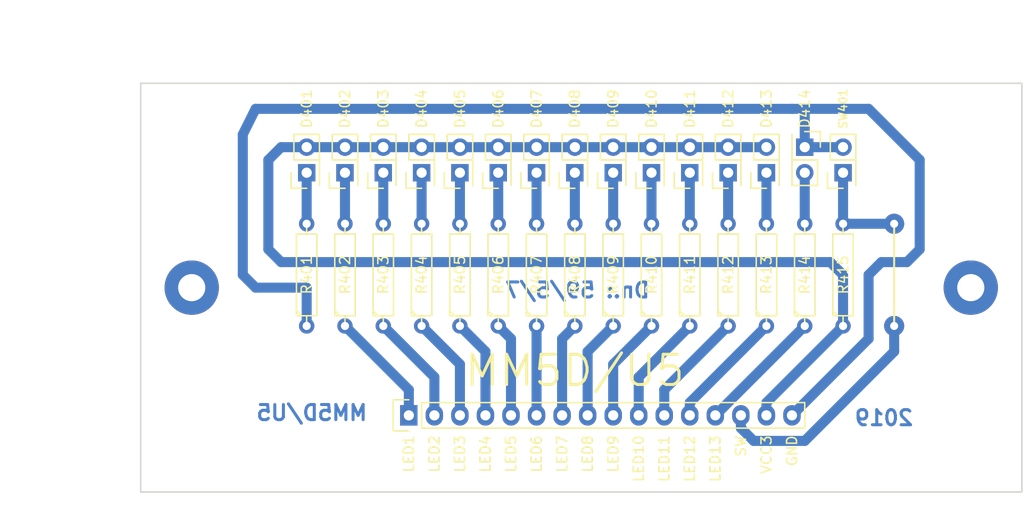
<source format=kicad_pcb>
(kicad_pcb (version 4) (host pcbnew 4.0.5+dfsg1-4)

  (general
    (links 0)
    (no_connects 0)
    (area 89.384287 67.15 198.112143 117.864287)
    (thickness 1.6)
    (drawings 30)
    (tracks 73)
    (zones 0)
    (modules 35)
    (nets 1)
  )

  (page A4)
  (title_block
    (title "MM5D controlling and remote monitoring equipment")
    (date 2019-11-01)
    (rev 191101)
    (company "Pozsar Zsolt - http://www.szerafingomba.hu")
    (comment 1 "Unit U4")
    (comment 2 LEDs)
    (comment 4 "Draw no.: 59/5/7")
  )

  (layers
    (0 F.Cu signal)
    (31 B.Cu jumper)
    (32 B.Adhes user)
    (33 F.Adhes user)
    (34 B.Paste user)
    (35 F.Paste user)
    (36 B.SilkS user)
    (37 F.SilkS user)
    (38 B.Mask user)
    (39 F.Mask user)
    (40 Dwgs.User user)
    (41 Cmts.User user)
    (42 Eco1.User user)
    (43 Eco2.User user)
    (44 Edge.Cuts user)
    (45 Margin user)
    (46 B.CrtYd user)
    (47 F.CrtYd user)
    (48 B.Fab user)
    (49 F.Fab user)
  )

  (setup
    (last_trace_width 1)
    (user_trace_width 1)
    (trace_clearance 0.2)
    (zone_clearance 0.508)
    (zone_45_only no)
    (trace_min 0.2)
    (segment_width 0.2)
    (edge_width 0.15)
    (via_size 0.6)
    (via_drill 0.4)
    (via_min_size 0.4)
    (via_min_drill 0.3)
    (uvia_size 0.3)
    (uvia_drill 0.1)
    (uvias_allowed no)
    (uvia_min_size 0.2)
    (uvia_min_drill 0.1)
    (pcb_text_width 0.3)
    (pcb_text_size 1.5 1.5)
    (mod_edge_width 0.15)
    (mod_text_size 1 1)
    (mod_text_width 0.15)
    (pad_size 1.99898 1.99898)
    (pad_drill 0.8001)
    (pad_to_mask_clearance 0.2)
    (aux_axis_origin 0 0)
    (visible_elements 7FFEFF7F)
    (pcbplotparams
      (layerselection 0x01020_80000000)
      (usegerberextensions false)
      (excludeedgelayer false)
      (linewidth 0.150000)
      (plotframeref true)
      (viasonmask false)
      (mode 1)
      (useauxorigin false)
      (hpglpennumber 1)
      (hpglpenspeed 20)
      (hpglpendiameter 15)
      (hpglpenoverlay 2)
      (psnegative false)
      (psa4output false)
      (plotreference true)
      (plotvalue false)
      (plotinvisibletext false)
      (padsonsilk false)
      (subtractmaskfromsilk false)
      (outputformat 1)
      (mirror false)
      (drillshape 0)
      (scaleselection 1)
      (outputdirectory ""))
  )

  (net 0 "")

  (net_class Default "This is the default net class."
    (clearance 0.2)
    (trace_width 0.25)
    (via_dia 0.6)
    (via_drill 0.4)
    (uvia_dia 0.3)
    (uvia_drill 0.1)
  )

  (module Discret:R4 (layer F.Cu) (tedit 5E47ED23) (tstamp 5E48C715)
    (at 149.86 93.98 90)
    (descr "Resitance 4 pas")
    (tags R)
    (fp_text reference R409 (at 0 0 90) (layer F.SilkS)
      (effects (font (size 1 1) (thickness 0.15)))
    )
    (fp_text value R4 (at 0 0 90) (layer F.Fab)
      (effects (font (size 1 1) (thickness 0.15)))
    )
    (fp_line (start -5.08 0) (end -4.064 0) (layer F.SilkS) (width 0.15))
    (fp_line (start -4.064 0) (end -4.064 -1.016) (layer F.SilkS) (width 0.15))
    (fp_line (start -4.064 -1.016) (end 4.064 -1.016) (layer F.SilkS) (width 0.15))
    (fp_line (start 4.064 -1.016) (end 4.064 1.016) (layer F.SilkS) (width 0.15))
    (fp_line (start 4.064 1.016) (end -4.064 1.016) (layer F.SilkS) (width 0.15))
    (fp_line (start -4.064 1.016) (end -4.064 0) (layer F.SilkS) (width 0.15))
    (fp_line (start -4.064 -0.508) (end -3.556 -1.016) (layer F.SilkS) (width 0.15))
    (fp_line (start 5.08 0) (end 4.064 0) (layer F.SilkS) (width 0.15))
    (pad 1 thru_hole circle (at -5.08 0 90) (size 1.524 1.524) (drill 0.8128) (layers *.Cu *.Mask))
    (pad 2 thru_hole circle (at 5.08 0 90) (size 1.524 1.524) (drill 0.8128) (layers *.Cu *.Mask))
    (model Discret.3dshapes/R4.wrl
      (at (xyz 0 0 0))
      (scale (xyz 0.4 0.4 0.4))
      (rotate (xyz 0 0 0))
    )
  )

  (module Pin_Headers:Pin_Header_Straight_2x01 (layer F.Cu) (tedit 5E47EC23) (tstamp 5E48C705)
    (at 149.86 83.82 90)
    (descr "Through hole pin header")
    (tags "pin header")
    (fp_text reference D409 (at 6.35 0 90) (layer F.SilkS)
      (effects (font (size 1 1) (thickness 0.15)))
    )
    (fp_text value Pin_Header_Straight_2x01 (at 0 -3.1 90) (layer F.Fab)
      (effects (font (size 1 1) (thickness 0.15)))
    )
    (fp_line (start -1.75 -1.75) (end -1.75 1.75) (layer F.CrtYd) (width 0.05))
    (fp_line (start 4.3 -1.75) (end 4.3 1.75) (layer F.CrtYd) (width 0.05))
    (fp_line (start -1.75 -1.75) (end 4.3 -1.75) (layer F.CrtYd) (width 0.05))
    (fp_line (start -1.75 1.75) (end 4.3 1.75) (layer F.CrtYd) (width 0.05))
    (fp_line (start -1.55 0) (end -1.55 -1.55) (layer F.SilkS) (width 0.15))
    (fp_line (start 0 -1.55) (end -1.55 -1.55) (layer F.SilkS) (width 0.15))
    (fp_line (start -1.27 1.27) (end 1.27 1.27) (layer F.SilkS) (width 0.15))
    (fp_line (start 3.81 -1.27) (end 1.27 -1.27) (layer F.SilkS) (width 0.15))
    (fp_line (start 1.27 -1.27) (end 1.27 1.27) (layer F.SilkS) (width 0.15))
    (fp_line (start 1.27 1.27) (end 3.81 1.27) (layer F.SilkS) (width 0.15))
    (fp_line (start 3.81 1.27) (end 3.81 -1.27) (layer F.SilkS) (width 0.15))
    (pad 1 thru_hole rect (at 0 0 90) (size 1.7272 1.7272) (drill 1.016) (layers *.Cu *.Mask))
    (pad 2 thru_hole oval (at 2.54 0 90) (size 1.7272 1.7272) (drill 1.016) (layers *.Cu *.Mask))
    (model Pin_Headers.3dshapes/Pin_Header_Straight_2x01.wrl
      (at (xyz 0.05 0 0))
      (scale (xyz 1 1 1))
      (rotate (xyz 0 0 90))
    )
  )

  (module Pin_Headers:Pin_Header_Straight_2x01 (layer F.Cu) (tedit 5E47EC2C) (tstamp 5E48C6F5)
    (at 153.67 83.82 90)
    (descr "Through hole pin header")
    (tags "pin header")
    (fp_text reference D410 (at 6.35 0 90) (layer F.SilkS)
      (effects (font (size 1 1) (thickness 0.15)))
    )
    (fp_text value Pin_Header_Straight_2x01 (at 0 -3.1 90) (layer F.Fab)
      (effects (font (size 1 1) (thickness 0.15)))
    )
    (fp_line (start -1.75 -1.75) (end -1.75 1.75) (layer F.CrtYd) (width 0.05))
    (fp_line (start 4.3 -1.75) (end 4.3 1.75) (layer F.CrtYd) (width 0.05))
    (fp_line (start -1.75 -1.75) (end 4.3 -1.75) (layer F.CrtYd) (width 0.05))
    (fp_line (start -1.75 1.75) (end 4.3 1.75) (layer F.CrtYd) (width 0.05))
    (fp_line (start -1.55 0) (end -1.55 -1.55) (layer F.SilkS) (width 0.15))
    (fp_line (start 0 -1.55) (end -1.55 -1.55) (layer F.SilkS) (width 0.15))
    (fp_line (start -1.27 1.27) (end 1.27 1.27) (layer F.SilkS) (width 0.15))
    (fp_line (start 3.81 -1.27) (end 1.27 -1.27) (layer F.SilkS) (width 0.15))
    (fp_line (start 1.27 -1.27) (end 1.27 1.27) (layer F.SilkS) (width 0.15))
    (fp_line (start 1.27 1.27) (end 3.81 1.27) (layer F.SilkS) (width 0.15))
    (fp_line (start 3.81 1.27) (end 3.81 -1.27) (layer F.SilkS) (width 0.15))
    (pad 1 thru_hole rect (at 0 0 90) (size 1.7272 1.7272) (drill 1.016) (layers *.Cu *.Mask))
    (pad 2 thru_hole oval (at 2.54 0 90) (size 1.7272 1.7272) (drill 1.016) (layers *.Cu *.Mask))
    (model Pin_Headers.3dshapes/Pin_Header_Straight_2x01.wrl
      (at (xyz 0.05 0 0))
      (scale (xyz 1 1 1))
      (rotate (xyz 0 0 90))
    )
  )

  (module Discret:R4 (layer F.Cu) (tedit 5E47ED1F) (tstamp 5E48C6E8)
    (at 153.67 93.98 90)
    (descr "Resitance 4 pas")
    (tags R)
    (fp_text reference R410 (at 0 0 90) (layer F.SilkS)
      (effects (font (size 1 1) (thickness 0.15)))
    )
    (fp_text value R4 (at 0 0 90) (layer F.Fab)
      (effects (font (size 1 1) (thickness 0.15)))
    )
    (fp_line (start -5.08 0) (end -4.064 0) (layer F.SilkS) (width 0.15))
    (fp_line (start -4.064 0) (end -4.064 -1.016) (layer F.SilkS) (width 0.15))
    (fp_line (start -4.064 -1.016) (end 4.064 -1.016) (layer F.SilkS) (width 0.15))
    (fp_line (start 4.064 -1.016) (end 4.064 1.016) (layer F.SilkS) (width 0.15))
    (fp_line (start 4.064 1.016) (end -4.064 1.016) (layer F.SilkS) (width 0.15))
    (fp_line (start -4.064 1.016) (end -4.064 0) (layer F.SilkS) (width 0.15))
    (fp_line (start -4.064 -0.508) (end -3.556 -1.016) (layer F.SilkS) (width 0.15))
    (fp_line (start 5.08 0) (end 4.064 0) (layer F.SilkS) (width 0.15))
    (pad 1 thru_hole circle (at -5.08 0 90) (size 1.524 1.524) (drill 0.8128) (layers *.Cu *.Mask))
    (pad 2 thru_hole circle (at 5.08 0 90) (size 1.524 1.524) (drill 0.8128) (layers *.Cu *.Mask))
    (model Discret.3dshapes/R4.wrl
      (at (xyz 0 0 0))
      (scale (xyz 0.4 0.4 0.4))
      (rotate (xyz 0 0 0))
    )
  )

  (module Discret:R4 (layer F.Cu) (tedit 5E47ED10) (tstamp 5E48C6DB)
    (at 161.29 93.98 90)
    (descr "Resitance 4 pas")
    (tags R)
    (fp_text reference R412 (at 0 0 90) (layer F.SilkS)
      (effects (font (size 1 1) (thickness 0.15)))
    )
    (fp_text value R4 (at 0 0 90) (layer F.Fab)
      (effects (font (size 1 1) (thickness 0.15)))
    )
    (fp_line (start -5.08 0) (end -4.064 0) (layer F.SilkS) (width 0.15))
    (fp_line (start -4.064 0) (end -4.064 -1.016) (layer F.SilkS) (width 0.15))
    (fp_line (start -4.064 -1.016) (end 4.064 -1.016) (layer F.SilkS) (width 0.15))
    (fp_line (start 4.064 -1.016) (end 4.064 1.016) (layer F.SilkS) (width 0.15))
    (fp_line (start 4.064 1.016) (end -4.064 1.016) (layer F.SilkS) (width 0.15))
    (fp_line (start -4.064 1.016) (end -4.064 0) (layer F.SilkS) (width 0.15))
    (fp_line (start -4.064 -0.508) (end -3.556 -1.016) (layer F.SilkS) (width 0.15))
    (fp_line (start 5.08 0) (end 4.064 0) (layer F.SilkS) (width 0.15))
    (pad 1 thru_hole circle (at -5.08 0 90) (size 1.524 1.524) (drill 0.8128) (layers *.Cu *.Mask))
    (pad 2 thru_hole circle (at 5.08 0 90) (size 1.524 1.524) (drill 0.8128) (layers *.Cu *.Mask))
    (model Discret.3dshapes/R4.wrl
      (at (xyz 0 0 0))
      (scale (xyz 0.4 0.4 0.4))
      (rotate (xyz 0 0 0))
    )
  )

  (module Pin_Headers:Pin_Header_Straight_2x01 (layer F.Cu) (tedit 5E47EC55) (tstamp 5E48C6CB)
    (at 161.29 83.82 90)
    (descr "Through hole pin header")
    (tags "pin header")
    (fp_text reference D412 (at 6.35 0 90) (layer F.SilkS)
      (effects (font (size 1 1) (thickness 0.15)))
    )
    (fp_text value Pin_Header_Straight_2x01 (at 0 -3.1 90) (layer F.Fab)
      (effects (font (size 1 1) (thickness 0.15)))
    )
    (fp_line (start -1.75 -1.75) (end -1.75 1.75) (layer F.CrtYd) (width 0.05))
    (fp_line (start 4.3 -1.75) (end 4.3 1.75) (layer F.CrtYd) (width 0.05))
    (fp_line (start -1.75 -1.75) (end 4.3 -1.75) (layer F.CrtYd) (width 0.05))
    (fp_line (start -1.75 1.75) (end 4.3 1.75) (layer F.CrtYd) (width 0.05))
    (fp_line (start -1.55 0) (end -1.55 -1.55) (layer F.SilkS) (width 0.15))
    (fp_line (start 0 -1.55) (end -1.55 -1.55) (layer F.SilkS) (width 0.15))
    (fp_line (start -1.27 1.27) (end 1.27 1.27) (layer F.SilkS) (width 0.15))
    (fp_line (start 3.81 -1.27) (end 1.27 -1.27) (layer F.SilkS) (width 0.15))
    (fp_line (start 1.27 -1.27) (end 1.27 1.27) (layer F.SilkS) (width 0.15))
    (fp_line (start 1.27 1.27) (end 3.81 1.27) (layer F.SilkS) (width 0.15))
    (fp_line (start 3.81 1.27) (end 3.81 -1.27) (layer F.SilkS) (width 0.15))
    (pad 1 thru_hole rect (at 0 0 90) (size 1.7272 1.7272) (drill 1.016) (layers *.Cu *.Mask))
    (pad 2 thru_hole oval (at 2.54 0 90) (size 1.7272 1.7272) (drill 1.016) (layers *.Cu *.Mask))
    (model Pin_Headers.3dshapes/Pin_Header_Straight_2x01.wrl
      (at (xyz 0.05 0 0))
      (scale (xyz 1 1 1))
      (rotate (xyz 0 0 90))
    )
  )

  (module Pin_Headers:Pin_Header_Straight_2x01 (layer F.Cu) (tedit 5E47EC41) (tstamp 5E48C6BB)
    (at 157.48 83.82 90)
    (descr "Through hole pin header")
    (tags "pin header")
    (fp_text reference D411 (at 6.35 0 90) (layer F.SilkS)
      (effects (font (size 1 1) (thickness 0.15)))
    )
    (fp_text value Pin_Header_Straight_2x01 (at 0 -3.1 90) (layer F.Fab)
      (effects (font (size 1 1) (thickness 0.15)))
    )
    (fp_line (start -1.75 -1.75) (end -1.75 1.75) (layer F.CrtYd) (width 0.05))
    (fp_line (start 4.3 -1.75) (end 4.3 1.75) (layer F.CrtYd) (width 0.05))
    (fp_line (start -1.75 -1.75) (end 4.3 -1.75) (layer F.CrtYd) (width 0.05))
    (fp_line (start -1.75 1.75) (end 4.3 1.75) (layer F.CrtYd) (width 0.05))
    (fp_line (start -1.55 0) (end -1.55 -1.55) (layer F.SilkS) (width 0.15))
    (fp_line (start 0 -1.55) (end -1.55 -1.55) (layer F.SilkS) (width 0.15))
    (fp_line (start -1.27 1.27) (end 1.27 1.27) (layer F.SilkS) (width 0.15))
    (fp_line (start 3.81 -1.27) (end 1.27 -1.27) (layer F.SilkS) (width 0.15))
    (fp_line (start 1.27 -1.27) (end 1.27 1.27) (layer F.SilkS) (width 0.15))
    (fp_line (start 1.27 1.27) (end 3.81 1.27) (layer F.SilkS) (width 0.15))
    (fp_line (start 3.81 1.27) (end 3.81 -1.27) (layer F.SilkS) (width 0.15))
    (pad 1 thru_hole rect (at 0 0 90) (size 1.7272 1.7272) (drill 1.016) (layers *.Cu *.Mask))
    (pad 2 thru_hole oval (at 2.54 0 90) (size 1.7272 1.7272) (drill 1.016) (layers *.Cu *.Mask))
    (model Pin_Headers.3dshapes/Pin_Header_Straight_2x01.wrl
      (at (xyz 0.05 0 0))
      (scale (xyz 1 1 1))
      (rotate (xyz 0 0 90))
    )
  )

  (module Discret:R4 (layer F.Cu) (tedit 5E47ED15) (tstamp 5E48C6AE)
    (at 157.48 93.98 90)
    (descr "Resitance 4 pas")
    (tags R)
    (fp_text reference R411 (at 0 0 90) (layer F.SilkS)
      (effects (font (size 1 1) (thickness 0.15)))
    )
    (fp_text value R4 (at 0 0 90) (layer F.Fab)
      (effects (font (size 1 1) (thickness 0.15)))
    )
    (fp_line (start -5.08 0) (end -4.064 0) (layer F.SilkS) (width 0.15))
    (fp_line (start -4.064 0) (end -4.064 -1.016) (layer F.SilkS) (width 0.15))
    (fp_line (start -4.064 -1.016) (end 4.064 -1.016) (layer F.SilkS) (width 0.15))
    (fp_line (start 4.064 -1.016) (end 4.064 1.016) (layer F.SilkS) (width 0.15))
    (fp_line (start 4.064 1.016) (end -4.064 1.016) (layer F.SilkS) (width 0.15))
    (fp_line (start -4.064 1.016) (end -4.064 0) (layer F.SilkS) (width 0.15))
    (fp_line (start -4.064 -0.508) (end -3.556 -1.016) (layer F.SilkS) (width 0.15))
    (fp_line (start 5.08 0) (end 4.064 0) (layer F.SilkS) (width 0.15))
    (pad 1 thru_hole circle (at -5.08 0 90) (size 1.524 1.524) (drill 0.8128) (layers *.Cu *.Mask))
    (pad 2 thru_hole circle (at 5.08 0 90) (size 1.524 1.524) (drill 0.8128) (layers *.Cu *.Mask))
    (model Discret.3dshapes/R4.wrl
      (at (xyz 0 0 0))
      (scale (xyz 0.4 0.4 0.4))
      (rotate (xyz 0 0 0))
    )
  )

  (module Discret:R4 (layer F.Cu) (tedit 5E47ED00) (tstamp 5E48C6A1)
    (at 172.72 93.98 90)
    (descr "Resitance 4 pas")
    (tags R)
    (fp_text reference R415 (at 0 0 90) (layer F.SilkS)
      (effects (font (size 1 1) (thickness 0.15)))
    )
    (fp_text value R4 (at 0 0 90) (layer F.Fab)
      (effects (font (size 1 1) (thickness 0.15)))
    )
    (fp_line (start -5.08 0) (end -4.064 0) (layer F.SilkS) (width 0.15))
    (fp_line (start -4.064 0) (end -4.064 -1.016) (layer F.SilkS) (width 0.15))
    (fp_line (start -4.064 -1.016) (end 4.064 -1.016) (layer F.SilkS) (width 0.15))
    (fp_line (start 4.064 -1.016) (end 4.064 1.016) (layer F.SilkS) (width 0.15))
    (fp_line (start 4.064 1.016) (end -4.064 1.016) (layer F.SilkS) (width 0.15))
    (fp_line (start -4.064 1.016) (end -4.064 0) (layer F.SilkS) (width 0.15))
    (fp_line (start -4.064 -0.508) (end -3.556 -1.016) (layer F.SilkS) (width 0.15))
    (fp_line (start 5.08 0) (end 4.064 0) (layer F.SilkS) (width 0.15))
    (pad 1 thru_hole circle (at -5.08 0 90) (size 1.524 1.524) (drill 0.8128) (layers *.Cu *.Mask))
    (pad 2 thru_hole circle (at 5.08 0 90) (size 1.524 1.524) (drill 0.8128) (layers *.Cu *.Mask))
    (model Discret.3dshapes/R4.wrl
      (at (xyz 0 0 0))
      (scale (xyz 0.4 0.4 0.4))
      (rotate (xyz 0 0 0))
    )
  )

  (module Pin_Headers:Pin_Header_Straight_2x01 (layer F.Cu) (tedit 5E47ED81) (tstamp 5E48C691)
    (at 172.72 83.82 90)
    (descr "Through hole pin header")
    (tags "pin header")
    (fp_text reference SW401 (at 6.35 0 90) (layer F.SilkS)
      (effects (font (size 0.8 0.8) (thickness 0.15)))
    )
    (fp_text value Pin_Header_Straight_2x01 (at 0 -3.1 90) (layer F.Fab)
      (effects (font (size 1 1) (thickness 0.15)))
    )
    (fp_line (start -1.75 -1.75) (end -1.75 1.75) (layer F.CrtYd) (width 0.05))
    (fp_line (start 4.3 -1.75) (end 4.3 1.75) (layer F.CrtYd) (width 0.05))
    (fp_line (start -1.75 -1.75) (end 4.3 -1.75) (layer F.CrtYd) (width 0.05))
    (fp_line (start -1.75 1.75) (end 4.3 1.75) (layer F.CrtYd) (width 0.05))
    (fp_line (start -1.55 0) (end -1.55 -1.55) (layer F.SilkS) (width 0.15))
    (fp_line (start 0 -1.55) (end -1.55 -1.55) (layer F.SilkS) (width 0.15))
    (fp_line (start -1.27 1.27) (end 1.27 1.27) (layer F.SilkS) (width 0.15))
    (fp_line (start 3.81 -1.27) (end 1.27 -1.27) (layer F.SilkS) (width 0.15))
    (fp_line (start 1.27 -1.27) (end 1.27 1.27) (layer F.SilkS) (width 0.15))
    (fp_line (start 1.27 1.27) (end 3.81 1.27) (layer F.SilkS) (width 0.15))
    (fp_line (start 3.81 1.27) (end 3.81 -1.27) (layer F.SilkS) (width 0.15))
    (pad 1 thru_hole rect (at 0 0 90) (size 1.7272 1.7272) (drill 1.016) (layers *.Cu *.Mask))
    (pad 2 thru_hole oval (at 2.54 0 90) (size 1.7272 1.7272) (drill 1.016) (layers *.Cu *.Mask))
    (model Pin_Headers.3dshapes/Pin_Header_Straight_2x01.wrl
      (at (xyz 0.05 0 0))
      (scale (xyz 1 1 1))
      (rotate (xyz 0 0 90))
    )
  )

  (module Discret:R4 (layer F.Cu) (tedit 5E47ED06) (tstamp 5E48C684)
    (at 168.91 93.98 90)
    (descr "Resitance 4 pas")
    (tags R)
    (fp_text reference R414 (at 0 0 90) (layer F.SilkS)
      (effects (font (size 1 1) (thickness 0.15)))
    )
    (fp_text value R4 (at 0 0 90) (layer F.Fab)
      (effects (font (size 1 1) (thickness 0.15)))
    )
    (fp_line (start -5.08 0) (end -4.064 0) (layer F.SilkS) (width 0.15))
    (fp_line (start -4.064 0) (end -4.064 -1.016) (layer F.SilkS) (width 0.15))
    (fp_line (start -4.064 -1.016) (end 4.064 -1.016) (layer F.SilkS) (width 0.15))
    (fp_line (start 4.064 -1.016) (end 4.064 1.016) (layer F.SilkS) (width 0.15))
    (fp_line (start 4.064 1.016) (end -4.064 1.016) (layer F.SilkS) (width 0.15))
    (fp_line (start -4.064 1.016) (end -4.064 0) (layer F.SilkS) (width 0.15))
    (fp_line (start -4.064 -0.508) (end -3.556 -1.016) (layer F.SilkS) (width 0.15))
    (fp_line (start 5.08 0) (end 4.064 0) (layer F.SilkS) (width 0.15))
    (pad 1 thru_hole circle (at -5.08 0 90) (size 1.524 1.524) (drill 0.8128) (layers *.Cu *.Mask))
    (pad 2 thru_hole circle (at 5.08 0 90) (size 1.524 1.524) (drill 0.8128) (layers *.Cu *.Mask))
    (model Discret.3dshapes/R4.wrl
      (at (xyz 0 0 0))
      (scale (xyz 0.4 0.4 0.4))
      (rotate (xyz 0 0 0))
    )
  )

  (module Pin_Headers:Pin_Header_Straight_2x01 (layer F.Cu) (tedit 5E47EC5F) (tstamp 5E48C674)
    (at 168.91 81.28 270)
    (descr "Through hole pin header")
    (tags "pin header")
    (fp_text reference D414 (at -3.81 0 270) (layer F.SilkS)
      (effects (font (size 1 1) (thickness 0.15)))
    )
    (fp_text value Pin_Header_Straight_2x01 (at 0 -3.1 270) (layer F.Fab)
      (effects (font (size 1 1) (thickness 0.15)))
    )
    (fp_line (start -1.75 -1.75) (end -1.75 1.75) (layer F.CrtYd) (width 0.05))
    (fp_line (start 4.3 -1.75) (end 4.3 1.75) (layer F.CrtYd) (width 0.05))
    (fp_line (start -1.75 -1.75) (end 4.3 -1.75) (layer F.CrtYd) (width 0.05))
    (fp_line (start -1.75 1.75) (end 4.3 1.75) (layer F.CrtYd) (width 0.05))
    (fp_line (start -1.55 0) (end -1.55 -1.55) (layer F.SilkS) (width 0.15))
    (fp_line (start 0 -1.55) (end -1.55 -1.55) (layer F.SilkS) (width 0.15))
    (fp_line (start -1.27 1.27) (end 1.27 1.27) (layer F.SilkS) (width 0.15))
    (fp_line (start 3.81 -1.27) (end 1.27 -1.27) (layer F.SilkS) (width 0.15))
    (fp_line (start 1.27 -1.27) (end 1.27 1.27) (layer F.SilkS) (width 0.15))
    (fp_line (start 1.27 1.27) (end 3.81 1.27) (layer F.SilkS) (width 0.15))
    (fp_line (start 3.81 1.27) (end 3.81 -1.27) (layer F.SilkS) (width 0.15))
    (pad 1 thru_hole rect (at 0 0 270) (size 1.7272 1.7272) (drill 1.016) (layers *.Cu *.Mask))
    (pad 2 thru_hole oval (at 2.54 0 270) (size 1.7272 1.7272) (drill 1.016) (layers *.Cu *.Mask))
    (model Pin_Headers.3dshapes/Pin_Header_Straight_2x01.wrl
      (at (xyz 0.05 0 0))
      (scale (xyz 1 1 1))
      (rotate (xyz 0 0 90))
    )
  )

  (module Pin_Headers:Pin_Header_Straight_2x01 (layer F.Cu) (tedit 5E47EC5C) (tstamp 5E48C664)
    (at 165.1 83.82 90)
    (descr "Through hole pin header")
    (tags "pin header")
    (fp_text reference D413 (at 6.35 0 90) (layer F.SilkS)
      (effects (font (size 1 1) (thickness 0.15)))
    )
    (fp_text value Pin_Header_Straight_2x01 (at 0 -3.1 90) (layer F.Fab)
      (effects (font (size 1 1) (thickness 0.15)))
    )
    (fp_line (start -1.75 -1.75) (end -1.75 1.75) (layer F.CrtYd) (width 0.05))
    (fp_line (start 4.3 -1.75) (end 4.3 1.75) (layer F.CrtYd) (width 0.05))
    (fp_line (start -1.75 -1.75) (end 4.3 -1.75) (layer F.CrtYd) (width 0.05))
    (fp_line (start -1.75 1.75) (end 4.3 1.75) (layer F.CrtYd) (width 0.05))
    (fp_line (start -1.55 0) (end -1.55 -1.55) (layer F.SilkS) (width 0.15))
    (fp_line (start 0 -1.55) (end -1.55 -1.55) (layer F.SilkS) (width 0.15))
    (fp_line (start -1.27 1.27) (end 1.27 1.27) (layer F.SilkS) (width 0.15))
    (fp_line (start 3.81 -1.27) (end 1.27 -1.27) (layer F.SilkS) (width 0.15))
    (fp_line (start 1.27 -1.27) (end 1.27 1.27) (layer F.SilkS) (width 0.15))
    (fp_line (start 1.27 1.27) (end 3.81 1.27) (layer F.SilkS) (width 0.15))
    (fp_line (start 3.81 1.27) (end 3.81 -1.27) (layer F.SilkS) (width 0.15))
    (pad 1 thru_hole rect (at 0 0 90) (size 1.7272 1.7272) (drill 1.016) (layers *.Cu *.Mask))
    (pad 2 thru_hole oval (at 2.54 0 90) (size 1.7272 1.7272) (drill 1.016) (layers *.Cu *.Mask))
    (model Pin_Headers.3dshapes/Pin_Header_Straight_2x01.wrl
      (at (xyz 0.05 0 0))
      (scale (xyz 1 1 1))
      (rotate (xyz 0 0 90))
    )
  )

  (module Discret:R4 (layer F.Cu) (tedit 5E47ED0B) (tstamp 5E48C657)
    (at 165.1 93.98 90)
    (descr "Resitance 4 pas")
    (tags R)
    (fp_text reference R413 (at 0 0 90) (layer F.SilkS)
      (effects (font (size 1 1) (thickness 0.15)))
    )
    (fp_text value R4 (at 0 0 90) (layer F.Fab)
      (effects (font (size 1 1) (thickness 0.15)))
    )
    (fp_line (start -5.08 0) (end -4.064 0) (layer F.SilkS) (width 0.15))
    (fp_line (start -4.064 0) (end -4.064 -1.016) (layer F.SilkS) (width 0.15))
    (fp_line (start -4.064 -1.016) (end 4.064 -1.016) (layer F.SilkS) (width 0.15))
    (fp_line (start 4.064 -1.016) (end 4.064 1.016) (layer F.SilkS) (width 0.15))
    (fp_line (start 4.064 1.016) (end -4.064 1.016) (layer F.SilkS) (width 0.15))
    (fp_line (start -4.064 1.016) (end -4.064 0) (layer F.SilkS) (width 0.15))
    (fp_line (start -4.064 -0.508) (end -3.556 -1.016) (layer F.SilkS) (width 0.15))
    (fp_line (start 5.08 0) (end 4.064 0) (layer F.SilkS) (width 0.15))
    (pad 1 thru_hole circle (at -5.08 0 90) (size 1.524 1.524) (drill 0.8128) (layers *.Cu *.Mask))
    (pad 2 thru_hole circle (at 5.08 0 90) (size 1.524 1.524) (drill 0.8128) (layers *.Cu *.Mask))
    (model Discret.3dshapes/R4.wrl
      (at (xyz 0 0 0))
      (scale (xyz 0.4 0.4 0.4))
      (rotate (xyz 0 0 0))
    )
  )

  (module Discret:R4 (layer F.Cu) (tedit 5E47ED34) (tstamp 5E48C64A)
    (at 134.62 93.98 90)
    (descr "Resitance 4 pas")
    (tags R)
    (fp_text reference R405 (at 0 0 90) (layer F.SilkS)
      (effects (font (size 1 1) (thickness 0.15)))
    )
    (fp_text value R4 (at 0 0 90) (layer F.Fab)
      (effects (font (size 1 1) (thickness 0.15)))
    )
    (fp_line (start -5.08 0) (end -4.064 0) (layer F.SilkS) (width 0.15))
    (fp_line (start -4.064 0) (end -4.064 -1.016) (layer F.SilkS) (width 0.15))
    (fp_line (start -4.064 -1.016) (end 4.064 -1.016) (layer F.SilkS) (width 0.15))
    (fp_line (start 4.064 -1.016) (end 4.064 1.016) (layer F.SilkS) (width 0.15))
    (fp_line (start 4.064 1.016) (end -4.064 1.016) (layer F.SilkS) (width 0.15))
    (fp_line (start -4.064 1.016) (end -4.064 0) (layer F.SilkS) (width 0.15))
    (fp_line (start -4.064 -0.508) (end -3.556 -1.016) (layer F.SilkS) (width 0.15))
    (fp_line (start 5.08 0) (end 4.064 0) (layer F.SilkS) (width 0.15))
    (pad 1 thru_hole circle (at -5.08 0 90) (size 1.524 1.524) (drill 0.8128) (layers *.Cu *.Mask))
    (pad 2 thru_hole circle (at 5.08 0 90) (size 1.524 1.524) (drill 0.8128) (layers *.Cu *.Mask))
    (model Discret.3dshapes/R4.wrl
      (at (xyz 0 0 0))
      (scale (xyz 0.4 0.4 0.4))
      (rotate (xyz 0 0 0))
    )
  )

  (module Pin_Headers:Pin_Header_Straight_2x01 (layer F.Cu) (tedit 5E47CB3E) (tstamp 5E48C63A)
    (at 134.62 83.82 90)
    (descr "Through hole pin header")
    (tags "pin header")
    (fp_text reference D405 (at 6.35 0 90) (layer F.SilkS)
      (effects (font (size 1 1) (thickness 0.15)))
    )
    (fp_text value Pin_Header_Straight_2x01 (at 0 -3.1 90) (layer F.Fab)
      (effects (font (size 1 1) (thickness 0.15)))
    )
    (fp_line (start -1.75 -1.75) (end -1.75 1.75) (layer F.CrtYd) (width 0.05))
    (fp_line (start 4.3 -1.75) (end 4.3 1.75) (layer F.CrtYd) (width 0.05))
    (fp_line (start -1.75 -1.75) (end 4.3 -1.75) (layer F.CrtYd) (width 0.05))
    (fp_line (start -1.75 1.75) (end 4.3 1.75) (layer F.CrtYd) (width 0.05))
    (fp_line (start -1.55 0) (end -1.55 -1.55) (layer F.SilkS) (width 0.15))
    (fp_line (start 0 -1.55) (end -1.55 -1.55) (layer F.SilkS) (width 0.15))
    (fp_line (start -1.27 1.27) (end 1.27 1.27) (layer F.SilkS) (width 0.15))
    (fp_line (start 3.81 -1.27) (end 1.27 -1.27) (layer F.SilkS) (width 0.15))
    (fp_line (start 1.27 -1.27) (end 1.27 1.27) (layer F.SilkS) (width 0.15))
    (fp_line (start 1.27 1.27) (end 3.81 1.27) (layer F.SilkS) (width 0.15))
    (fp_line (start 3.81 1.27) (end 3.81 -1.27) (layer F.SilkS) (width 0.15))
    (pad 1 thru_hole rect (at 0 0 90) (size 1.7272 1.7272) (drill 1.016) (layers *.Cu *.Mask))
    (pad 2 thru_hole oval (at 2.54 0 90) (size 1.7272 1.7272) (drill 1.016) (layers *.Cu *.Mask))
    (model Pin_Headers.3dshapes/Pin_Header_Straight_2x01.wrl
      (at (xyz 0.05 0 0))
      (scale (xyz 1 1 1))
      (rotate (xyz 0 0 90))
    )
  )

  (module Pin_Headers:Pin_Header_Straight_2x01 (layer F.Cu) (tedit 5E47CB49) (tstamp 5E48C62A)
    (at 138.43 83.82 90)
    (descr "Through hole pin header")
    (tags "pin header")
    (fp_text reference D406 (at 6.35 0 90) (layer F.SilkS)
      (effects (font (size 1 1) (thickness 0.15)))
    )
    (fp_text value Pin_Header_Straight_2x01 (at 0 -3.1 90) (layer F.Fab)
      (effects (font (size 1 1) (thickness 0.15)))
    )
    (fp_line (start -1.75 -1.75) (end -1.75 1.75) (layer F.CrtYd) (width 0.05))
    (fp_line (start 4.3 -1.75) (end 4.3 1.75) (layer F.CrtYd) (width 0.05))
    (fp_line (start -1.75 -1.75) (end 4.3 -1.75) (layer F.CrtYd) (width 0.05))
    (fp_line (start -1.75 1.75) (end 4.3 1.75) (layer F.CrtYd) (width 0.05))
    (fp_line (start -1.55 0) (end -1.55 -1.55) (layer F.SilkS) (width 0.15))
    (fp_line (start 0 -1.55) (end -1.55 -1.55) (layer F.SilkS) (width 0.15))
    (fp_line (start -1.27 1.27) (end 1.27 1.27) (layer F.SilkS) (width 0.15))
    (fp_line (start 3.81 -1.27) (end 1.27 -1.27) (layer F.SilkS) (width 0.15))
    (fp_line (start 1.27 -1.27) (end 1.27 1.27) (layer F.SilkS) (width 0.15))
    (fp_line (start 1.27 1.27) (end 3.81 1.27) (layer F.SilkS) (width 0.15))
    (fp_line (start 3.81 1.27) (end 3.81 -1.27) (layer F.SilkS) (width 0.15))
    (pad 1 thru_hole rect (at 0 0 90) (size 1.7272 1.7272) (drill 1.016) (layers *.Cu *.Mask))
    (pad 2 thru_hole oval (at 2.54 0 90) (size 1.7272 1.7272) (drill 1.016) (layers *.Cu *.Mask))
    (model Pin_Headers.3dshapes/Pin_Header_Straight_2x01.wrl
      (at (xyz 0.05 0 0))
      (scale (xyz 1 1 1))
      (rotate (xyz 0 0 90))
    )
  )

  (module Discret:R4 (layer F.Cu) (tedit 5E47ED30) (tstamp 5E48C61D)
    (at 138.43 93.98 90)
    (descr "Resitance 4 pas")
    (tags R)
    (fp_text reference R406 (at 0 0 90) (layer F.SilkS)
      (effects (font (size 1 1) (thickness 0.15)))
    )
    (fp_text value R4 (at 0 0 90) (layer F.Fab)
      (effects (font (size 1 1) (thickness 0.15)))
    )
    (fp_line (start -5.08 0) (end -4.064 0) (layer F.SilkS) (width 0.15))
    (fp_line (start -4.064 0) (end -4.064 -1.016) (layer F.SilkS) (width 0.15))
    (fp_line (start -4.064 -1.016) (end 4.064 -1.016) (layer F.SilkS) (width 0.15))
    (fp_line (start 4.064 -1.016) (end 4.064 1.016) (layer F.SilkS) (width 0.15))
    (fp_line (start 4.064 1.016) (end -4.064 1.016) (layer F.SilkS) (width 0.15))
    (fp_line (start -4.064 1.016) (end -4.064 0) (layer F.SilkS) (width 0.15))
    (fp_line (start -4.064 -0.508) (end -3.556 -1.016) (layer F.SilkS) (width 0.15))
    (fp_line (start 5.08 0) (end 4.064 0) (layer F.SilkS) (width 0.15))
    (pad 1 thru_hole circle (at -5.08 0 90) (size 1.524 1.524) (drill 0.8128) (layers *.Cu *.Mask))
    (pad 2 thru_hole circle (at 5.08 0 90) (size 1.524 1.524) (drill 0.8128) (layers *.Cu *.Mask))
    (model Discret.3dshapes/R4.wrl
      (at (xyz 0 0 0))
      (scale (xyz 0.4 0.4 0.4))
      (rotate (xyz 0 0 0))
    )
  )

  (module Discret:R4 (layer F.Cu) (tedit 5E47ED28) (tstamp 5E48C610)
    (at 146.05 93.98 90)
    (descr "Resitance 4 pas")
    (tags R)
    (fp_text reference R408 (at 0 0 90) (layer F.SilkS)
      (effects (font (size 1 1) (thickness 0.15)))
    )
    (fp_text value R4 (at 0 0 90) (layer F.Fab)
      (effects (font (size 1 1) (thickness 0.15)))
    )
    (fp_line (start -5.08 0) (end -4.064 0) (layer F.SilkS) (width 0.15))
    (fp_line (start -4.064 0) (end -4.064 -1.016) (layer F.SilkS) (width 0.15))
    (fp_line (start -4.064 -1.016) (end 4.064 -1.016) (layer F.SilkS) (width 0.15))
    (fp_line (start 4.064 -1.016) (end 4.064 1.016) (layer F.SilkS) (width 0.15))
    (fp_line (start 4.064 1.016) (end -4.064 1.016) (layer F.SilkS) (width 0.15))
    (fp_line (start -4.064 1.016) (end -4.064 0) (layer F.SilkS) (width 0.15))
    (fp_line (start -4.064 -0.508) (end -3.556 -1.016) (layer F.SilkS) (width 0.15))
    (fp_line (start 5.08 0) (end 4.064 0) (layer F.SilkS) (width 0.15))
    (pad 1 thru_hole circle (at -5.08 0 90) (size 1.524 1.524) (drill 0.8128) (layers *.Cu *.Mask))
    (pad 2 thru_hole circle (at 5.08 0 90) (size 1.524 1.524) (drill 0.8128) (layers *.Cu *.Mask))
    (model Discret.3dshapes/R4.wrl
      (at (xyz 0 0 0))
      (scale (xyz 0.4 0.4 0.4))
      (rotate (xyz 0 0 0))
    )
  )

  (module Pin_Headers:Pin_Header_Straight_2x01 (layer F.Cu) (tedit 5E47EC1D) (tstamp 5E48C600)
    (at 146.05 83.82 90)
    (descr "Through hole pin header")
    (tags "pin header")
    (fp_text reference D408 (at 6.35 0 90) (layer F.SilkS)
      (effects (font (size 1 1) (thickness 0.15)))
    )
    (fp_text value Pin_Header_Straight_2x01 (at 0 -3.1 90) (layer F.Fab)
      (effects (font (size 1 1) (thickness 0.15)))
    )
    (fp_line (start -1.75 -1.75) (end -1.75 1.75) (layer F.CrtYd) (width 0.05))
    (fp_line (start 4.3 -1.75) (end 4.3 1.75) (layer F.CrtYd) (width 0.05))
    (fp_line (start -1.75 -1.75) (end 4.3 -1.75) (layer F.CrtYd) (width 0.05))
    (fp_line (start -1.75 1.75) (end 4.3 1.75) (layer F.CrtYd) (width 0.05))
    (fp_line (start -1.55 0) (end -1.55 -1.55) (layer F.SilkS) (width 0.15))
    (fp_line (start 0 -1.55) (end -1.55 -1.55) (layer F.SilkS) (width 0.15))
    (fp_line (start -1.27 1.27) (end 1.27 1.27) (layer F.SilkS) (width 0.15))
    (fp_line (start 3.81 -1.27) (end 1.27 -1.27) (layer F.SilkS) (width 0.15))
    (fp_line (start 1.27 -1.27) (end 1.27 1.27) (layer F.SilkS) (width 0.15))
    (fp_line (start 1.27 1.27) (end 3.81 1.27) (layer F.SilkS) (width 0.15))
    (fp_line (start 3.81 1.27) (end 3.81 -1.27) (layer F.SilkS) (width 0.15))
    (pad 1 thru_hole rect (at 0 0 90) (size 1.7272 1.7272) (drill 1.016) (layers *.Cu *.Mask))
    (pad 2 thru_hole oval (at 2.54 0 90) (size 1.7272 1.7272) (drill 1.016) (layers *.Cu *.Mask))
    (model Pin_Headers.3dshapes/Pin_Header_Straight_2x01.wrl
      (at (xyz 0.05 0 0))
      (scale (xyz 1 1 1))
      (rotate (xyz 0 0 90))
    )
  )

  (module Pin_Headers:Pin_Header_Straight_2x01 (layer F.Cu) (tedit 5E47CB4F) (tstamp 5E48C5F0)
    (at 142.24 83.82 90)
    (descr "Through hole pin header")
    (tags "pin header")
    (fp_text reference D407 (at 6.35 0 90) (layer F.SilkS)
      (effects (font (size 1 1) (thickness 0.15)))
    )
    (fp_text value Pin_Header_Straight_2x01 (at 0 -3.1 90) (layer F.Fab)
      (effects (font (size 1 1) (thickness 0.15)))
    )
    (fp_line (start -1.75 -1.75) (end -1.75 1.75) (layer F.CrtYd) (width 0.05))
    (fp_line (start 4.3 -1.75) (end 4.3 1.75) (layer F.CrtYd) (width 0.05))
    (fp_line (start -1.75 -1.75) (end 4.3 -1.75) (layer F.CrtYd) (width 0.05))
    (fp_line (start -1.75 1.75) (end 4.3 1.75) (layer F.CrtYd) (width 0.05))
    (fp_line (start -1.55 0) (end -1.55 -1.55) (layer F.SilkS) (width 0.15))
    (fp_line (start 0 -1.55) (end -1.55 -1.55) (layer F.SilkS) (width 0.15))
    (fp_line (start -1.27 1.27) (end 1.27 1.27) (layer F.SilkS) (width 0.15))
    (fp_line (start 3.81 -1.27) (end 1.27 -1.27) (layer F.SilkS) (width 0.15))
    (fp_line (start 1.27 -1.27) (end 1.27 1.27) (layer F.SilkS) (width 0.15))
    (fp_line (start 1.27 1.27) (end 3.81 1.27) (layer F.SilkS) (width 0.15))
    (fp_line (start 3.81 1.27) (end 3.81 -1.27) (layer F.SilkS) (width 0.15))
    (pad 1 thru_hole rect (at 0 0 90) (size 1.7272 1.7272) (drill 1.016) (layers *.Cu *.Mask))
    (pad 2 thru_hole oval (at 2.54 0 90) (size 1.7272 1.7272) (drill 1.016) (layers *.Cu *.Mask))
    (model Pin_Headers.3dshapes/Pin_Header_Straight_2x01.wrl
      (at (xyz 0.05 0 0))
      (scale (xyz 1 1 1))
      (rotate (xyz 0 0 90))
    )
  )

  (module Discret:R4 (layer F.Cu) (tedit 5E47ED2C) (tstamp 5E48C5E3)
    (at 142.24 93.98 90)
    (descr "Resitance 4 pas")
    (tags R)
    (fp_text reference R407 (at 0 0 90) (layer F.SilkS)
      (effects (font (size 1 1) (thickness 0.15)))
    )
    (fp_text value R4 (at 0 0 90) (layer F.Fab)
      (effects (font (size 1 1) (thickness 0.15)))
    )
    (fp_line (start -5.08 0) (end -4.064 0) (layer F.SilkS) (width 0.15))
    (fp_line (start -4.064 0) (end -4.064 -1.016) (layer F.SilkS) (width 0.15))
    (fp_line (start -4.064 -1.016) (end 4.064 -1.016) (layer F.SilkS) (width 0.15))
    (fp_line (start 4.064 -1.016) (end 4.064 1.016) (layer F.SilkS) (width 0.15))
    (fp_line (start 4.064 1.016) (end -4.064 1.016) (layer F.SilkS) (width 0.15))
    (fp_line (start -4.064 1.016) (end -4.064 0) (layer F.SilkS) (width 0.15))
    (fp_line (start -4.064 -0.508) (end -3.556 -1.016) (layer F.SilkS) (width 0.15))
    (fp_line (start 5.08 0) (end 4.064 0) (layer F.SilkS) (width 0.15))
    (pad 1 thru_hole circle (at -5.08 0 90) (size 1.524 1.524) (drill 0.8128) (layers *.Cu *.Mask))
    (pad 2 thru_hole circle (at 5.08 0 90) (size 1.524 1.524) (drill 0.8128) (layers *.Cu *.Mask))
    (model Discret.3dshapes/R4.wrl
      (at (xyz 0 0 0))
      (scale (xyz 0.4 0.4 0.4))
      (rotate (xyz 0 0 0))
    )
  )

  (module Discret:R4 (layer F.Cu) (tedit 5E47ED3E) (tstamp 5E48C5D6)
    (at 127 93.98 90)
    (descr "Resitance 4 pas")
    (tags R)
    (fp_text reference R403 (at 0 0 90) (layer F.SilkS)
      (effects (font (size 1 1) (thickness 0.15)))
    )
    (fp_text value R4 (at 0 0 90) (layer F.Fab)
      (effects (font (size 1 1) (thickness 0.15)))
    )
    (fp_line (start -5.08 0) (end -4.064 0) (layer F.SilkS) (width 0.15))
    (fp_line (start -4.064 0) (end -4.064 -1.016) (layer F.SilkS) (width 0.15))
    (fp_line (start -4.064 -1.016) (end 4.064 -1.016) (layer F.SilkS) (width 0.15))
    (fp_line (start 4.064 -1.016) (end 4.064 1.016) (layer F.SilkS) (width 0.15))
    (fp_line (start 4.064 1.016) (end -4.064 1.016) (layer F.SilkS) (width 0.15))
    (fp_line (start -4.064 1.016) (end -4.064 0) (layer F.SilkS) (width 0.15))
    (fp_line (start -4.064 -0.508) (end -3.556 -1.016) (layer F.SilkS) (width 0.15))
    (fp_line (start 5.08 0) (end 4.064 0) (layer F.SilkS) (width 0.15))
    (pad 1 thru_hole circle (at -5.08 0 90) (size 1.524 1.524) (drill 0.8128) (layers *.Cu *.Mask))
    (pad 2 thru_hole circle (at 5.08 0 90) (size 1.524 1.524) (drill 0.8128) (layers *.Cu *.Mask))
    (model Discret.3dshapes/R4.wrl
      (at (xyz 0 0 0))
      (scale (xyz 0.4 0.4 0.4))
      (rotate (xyz 0 0 0))
    )
  )

  (module Pin_Headers:Pin_Header_Straight_2x01 (layer F.Cu) (tedit 5E47CB2F) (tstamp 5E48C5C6)
    (at 127 83.82 90)
    (descr "Through hole pin header")
    (tags "pin header")
    (fp_text reference D403 (at 6.35 0 90) (layer F.SilkS)
      (effects (font (size 1 1) (thickness 0.15)))
    )
    (fp_text value Pin_Header_Straight_2x01 (at 0 -3.1 90) (layer F.Fab)
      (effects (font (size 1 1) (thickness 0.15)))
    )
    (fp_line (start -1.75 -1.75) (end -1.75 1.75) (layer F.CrtYd) (width 0.05))
    (fp_line (start 4.3 -1.75) (end 4.3 1.75) (layer F.CrtYd) (width 0.05))
    (fp_line (start -1.75 -1.75) (end 4.3 -1.75) (layer F.CrtYd) (width 0.05))
    (fp_line (start -1.75 1.75) (end 4.3 1.75) (layer F.CrtYd) (width 0.05))
    (fp_line (start -1.55 0) (end -1.55 -1.55) (layer F.SilkS) (width 0.15))
    (fp_line (start 0 -1.55) (end -1.55 -1.55) (layer F.SilkS) (width 0.15))
    (fp_line (start -1.27 1.27) (end 1.27 1.27) (layer F.SilkS) (width 0.15))
    (fp_line (start 3.81 -1.27) (end 1.27 -1.27) (layer F.SilkS) (width 0.15))
    (fp_line (start 1.27 -1.27) (end 1.27 1.27) (layer F.SilkS) (width 0.15))
    (fp_line (start 1.27 1.27) (end 3.81 1.27) (layer F.SilkS) (width 0.15))
    (fp_line (start 3.81 1.27) (end 3.81 -1.27) (layer F.SilkS) (width 0.15))
    (pad 1 thru_hole rect (at 0 0 90) (size 1.7272 1.7272) (drill 1.016) (layers *.Cu *.Mask))
    (pad 2 thru_hole oval (at 2.54 0 90) (size 1.7272 1.7272) (drill 1.016) (layers *.Cu *.Mask))
    (model Pin_Headers.3dshapes/Pin_Header_Straight_2x01.wrl
      (at (xyz 0.05 0 0))
      (scale (xyz 1 1 1))
      (rotate (xyz 0 0 90))
    )
  )

  (module Pin_Headers:Pin_Header_Straight_2x01 (layer F.Cu) (tedit 5E47CB37) (tstamp 5E48C5B6)
    (at 130.81 83.82 90)
    (descr "Through hole pin header")
    (tags "pin header")
    (fp_text reference D404 (at 6.35 0 90) (layer F.SilkS)
      (effects (font (size 1 1) (thickness 0.15)))
    )
    (fp_text value Pin_Header_Straight_2x01 (at 0 -3.1 90) (layer F.Fab)
      (effects (font (size 1 1) (thickness 0.15)))
    )
    (fp_line (start -1.75 -1.75) (end -1.75 1.75) (layer F.CrtYd) (width 0.05))
    (fp_line (start 4.3 -1.75) (end 4.3 1.75) (layer F.CrtYd) (width 0.05))
    (fp_line (start -1.75 -1.75) (end 4.3 -1.75) (layer F.CrtYd) (width 0.05))
    (fp_line (start -1.75 1.75) (end 4.3 1.75) (layer F.CrtYd) (width 0.05))
    (fp_line (start -1.55 0) (end -1.55 -1.55) (layer F.SilkS) (width 0.15))
    (fp_line (start 0 -1.55) (end -1.55 -1.55) (layer F.SilkS) (width 0.15))
    (fp_line (start -1.27 1.27) (end 1.27 1.27) (layer F.SilkS) (width 0.15))
    (fp_line (start 3.81 -1.27) (end 1.27 -1.27) (layer F.SilkS) (width 0.15))
    (fp_line (start 1.27 -1.27) (end 1.27 1.27) (layer F.SilkS) (width 0.15))
    (fp_line (start 1.27 1.27) (end 3.81 1.27) (layer F.SilkS) (width 0.15))
    (fp_line (start 3.81 1.27) (end 3.81 -1.27) (layer F.SilkS) (width 0.15))
    (pad 1 thru_hole rect (at 0 0 90) (size 1.7272 1.7272) (drill 1.016) (layers *.Cu *.Mask))
    (pad 2 thru_hole oval (at 2.54 0 90) (size 1.7272 1.7272) (drill 1.016) (layers *.Cu *.Mask))
    (model Pin_Headers.3dshapes/Pin_Header_Straight_2x01.wrl
      (at (xyz 0.05 0 0))
      (scale (xyz 1 1 1))
      (rotate (xyz 0 0 90))
    )
  )

  (module Discret:R4 (layer F.Cu) (tedit 5E47ED38) (tstamp 5E48C5A9)
    (at 130.81 93.98 90)
    (descr "Resitance 4 pas")
    (tags R)
    (fp_text reference R404 (at 0 0 90) (layer F.SilkS)
      (effects (font (size 1 1) (thickness 0.15)))
    )
    (fp_text value R4 (at 0 0 90) (layer F.Fab)
      (effects (font (size 1 1) (thickness 0.15)))
    )
    (fp_line (start -5.08 0) (end -4.064 0) (layer F.SilkS) (width 0.15))
    (fp_line (start -4.064 0) (end -4.064 -1.016) (layer F.SilkS) (width 0.15))
    (fp_line (start -4.064 -1.016) (end 4.064 -1.016) (layer F.SilkS) (width 0.15))
    (fp_line (start 4.064 -1.016) (end 4.064 1.016) (layer F.SilkS) (width 0.15))
    (fp_line (start 4.064 1.016) (end -4.064 1.016) (layer F.SilkS) (width 0.15))
    (fp_line (start -4.064 1.016) (end -4.064 0) (layer F.SilkS) (width 0.15))
    (fp_line (start -4.064 -0.508) (end -3.556 -1.016) (layer F.SilkS) (width 0.15))
    (fp_line (start 5.08 0) (end 4.064 0) (layer F.SilkS) (width 0.15))
    (pad 1 thru_hole circle (at -5.08 0 90) (size 1.524 1.524) (drill 0.8128) (layers *.Cu *.Mask))
    (pad 2 thru_hole circle (at 5.08 0 90) (size 1.524 1.524) (drill 0.8128) (layers *.Cu *.Mask))
    (model Discret.3dshapes/R4.wrl
      (at (xyz 0 0 0))
      (scale (xyz 0.4 0.4 0.4))
      (rotate (xyz 0 0 0))
    )
  )

  (module Discret:R4 (layer F.Cu) (tedit 5E47ED42) (tstamp 5E48C56F)
    (at 123.19 93.98 90)
    (descr "Resitance 4 pas")
    (tags R)
    (fp_text reference R402 (at 0 0 90) (layer F.SilkS)
      (effects (font (size 1 1) (thickness 0.15)))
    )
    (fp_text value R4 (at 0 0 90) (layer F.Fab)
      (effects (font (size 1 1) (thickness 0.15)))
    )
    (fp_line (start -5.08 0) (end -4.064 0) (layer F.SilkS) (width 0.15))
    (fp_line (start -4.064 0) (end -4.064 -1.016) (layer F.SilkS) (width 0.15))
    (fp_line (start -4.064 -1.016) (end 4.064 -1.016) (layer F.SilkS) (width 0.15))
    (fp_line (start 4.064 -1.016) (end 4.064 1.016) (layer F.SilkS) (width 0.15))
    (fp_line (start 4.064 1.016) (end -4.064 1.016) (layer F.SilkS) (width 0.15))
    (fp_line (start -4.064 1.016) (end -4.064 0) (layer F.SilkS) (width 0.15))
    (fp_line (start -4.064 -0.508) (end -3.556 -1.016) (layer F.SilkS) (width 0.15))
    (fp_line (start 5.08 0) (end 4.064 0) (layer F.SilkS) (width 0.15))
    (pad 1 thru_hole circle (at -5.08 0 90) (size 1.524 1.524) (drill 0.8128) (layers *.Cu *.Mask))
    (pad 2 thru_hole circle (at 5.08 0 90) (size 1.524 1.524) (drill 0.8128) (layers *.Cu *.Mask))
    (model Discret.3dshapes/R4.wrl
      (at (xyz 0 0 0))
      (scale (xyz 0.4 0.4 0.4))
      (rotate (xyz 0 0 0))
    )
  )

  (module Pin_Headers:Pin_Header_Straight_2x01 (layer F.Cu) (tedit 5E47CB29) (tstamp 5E48C55F)
    (at 123.19 83.82 90)
    (descr "Through hole pin header")
    (tags "pin header")
    (fp_text reference D402 (at 6.35 0 90) (layer F.SilkS)
      (effects (font (size 1 1) (thickness 0.15)))
    )
    (fp_text value Pin_Header_Straight_2x01 (at 0 -3.1 90) (layer F.Fab)
      (effects (font (size 1 1) (thickness 0.15)))
    )
    (fp_line (start -1.75 -1.75) (end -1.75 1.75) (layer F.CrtYd) (width 0.05))
    (fp_line (start 4.3 -1.75) (end 4.3 1.75) (layer F.CrtYd) (width 0.05))
    (fp_line (start -1.75 -1.75) (end 4.3 -1.75) (layer F.CrtYd) (width 0.05))
    (fp_line (start -1.75 1.75) (end 4.3 1.75) (layer F.CrtYd) (width 0.05))
    (fp_line (start -1.55 0) (end -1.55 -1.55) (layer F.SilkS) (width 0.15))
    (fp_line (start 0 -1.55) (end -1.55 -1.55) (layer F.SilkS) (width 0.15))
    (fp_line (start -1.27 1.27) (end 1.27 1.27) (layer F.SilkS) (width 0.15))
    (fp_line (start 3.81 -1.27) (end 1.27 -1.27) (layer F.SilkS) (width 0.15))
    (fp_line (start 1.27 -1.27) (end 1.27 1.27) (layer F.SilkS) (width 0.15))
    (fp_line (start 1.27 1.27) (end 3.81 1.27) (layer F.SilkS) (width 0.15))
    (fp_line (start 3.81 1.27) (end 3.81 -1.27) (layer F.SilkS) (width 0.15))
    (pad 1 thru_hole rect (at 0 0 90) (size 1.7272 1.7272) (drill 1.016) (layers *.Cu *.Mask))
    (pad 2 thru_hole oval (at 2.54 0 90) (size 1.7272 1.7272) (drill 1.016) (layers *.Cu *.Mask))
    (model Pin_Headers.3dshapes/Pin_Header_Straight_2x01.wrl
      (at (xyz 0.05 0 0))
      (scale (xyz 1 1 1))
      (rotate (xyz 0 0 90))
    )
  )

  (module Mounting_Holes:MountingHole_2.7mm_M2.5_Pad (layer F.Cu) (tedit 5D98654C) (tstamp 5D9510AB)
    (at 107.95 95.25)
    (descr "Mounting Hole 2.7mm, M2.5")
    (tags "mounting hole 2.7mm m2.5")
    (fp_text reference REF** (at 0 5.715) (layer F.SilkS) hide
      (effects (font (size 1 1) (thickness 0.15)))
    )
    (fp_text value MountingHole_2.7mm_M2.5_Pad (at 0 8.255) (layer F.Fab) hide
      (effects (font (size 1 1) (thickness 0.15)))
    )
    (fp_circle (center 0 0) (end 2.7 0) (layer Cmts.User) (width 0.15))
    (fp_circle (center 0 0) (end 2.95 0) (layer F.CrtYd) (width 0.05))
    (pad 1 thru_hole circle (at 0 0) (size 5.4 5.4) (drill 2.7) (layers *.Cu *.Mask))
  )

  (module Mounting_Holes:MountingHole_2.7mm_M2.5_Pad (layer F.Cu) (tedit 5D98949B) (tstamp 5D9510B8)
    (at 185.42 95.25)
    (descr "Mounting Hole 2.7mm, M2.5")
    (tags "mounting hole 2.7mm m2.5")
    (fp_text reference REF** (at 0 5.715) (layer F.SilkS) hide
      (effects (font (size 1 1) (thickness 0.15)))
    )
    (fp_text value MountingHole_2.7mm_M2.5_Pad (at 0.635 8.255) (layer F.Fab) hide
      (effects (font (size 1 1) (thickness 0.15)))
    )
    (fp_circle (center 0 0) (end 2.7 0) (layer Cmts.User) (width 0.15))
    (fp_circle (center 0 0) (end 2.95 0) (layer F.CrtYd) (width 0.05))
    (pad 1 thru_hole circle (at 0 0) (size 5.4 5.4) (drill 2.7) (layers *.Cu *.Mask))
  )

  (module Pin_Headers:Pin_Header_Straight_2x01 (layer F.Cu) (tedit 5E47C5BF) (tstamp 5E4851EE)
    (at 119.38 83.82 90)
    (descr "Through hole pin header")
    (tags "pin header")
    (fp_text reference D401 (at 6.35 0 90) (layer F.SilkS)
      (effects (font (size 1 1) (thickness 0.15)))
    )
    (fp_text value Pin_Header_Straight_2x01 (at 0 -3.1 90) (layer F.Fab)
      (effects (font (size 1 1) (thickness 0.15)))
    )
    (fp_line (start -1.75 -1.75) (end -1.75 1.75) (layer F.CrtYd) (width 0.05))
    (fp_line (start 4.3 -1.75) (end 4.3 1.75) (layer F.CrtYd) (width 0.05))
    (fp_line (start -1.75 -1.75) (end 4.3 -1.75) (layer F.CrtYd) (width 0.05))
    (fp_line (start -1.75 1.75) (end 4.3 1.75) (layer F.CrtYd) (width 0.05))
    (fp_line (start -1.55 0) (end -1.55 -1.55) (layer F.SilkS) (width 0.15))
    (fp_line (start 0 -1.55) (end -1.55 -1.55) (layer F.SilkS) (width 0.15))
    (fp_line (start -1.27 1.27) (end 1.27 1.27) (layer F.SilkS) (width 0.15))
    (fp_line (start 3.81 -1.27) (end 1.27 -1.27) (layer F.SilkS) (width 0.15))
    (fp_line (start 1.27 -1.27) (end 1.27 1.27) (layer F.SilkS) (width 0.15))
    (fp_line (start 1.27 1.27) (end 3.81 1.27) (layer F.SilkS) (width 0.15))
    (fp_line (start 3.81 1.27) (end 3.81 -1.27) (layer F.SilkS) (width 0.15))
    (pad 1 thru_hole rect (at 0 0 90) (size 1.7272 1.7272) (drill 1.016) (layers *.Cu *.Mask))
    (pad 2 thru_hole oval (at 2.54 0 90) (size 1.7272 1.7272) (drill 1.016) (layers *.Cu *.Mask))
    (model Pin_Headers.3dshapes/Pin_Header_Straight_2x01.wrl
      (at (xyz 0.05 0 0))
      (scale (xyz 1 1 1))
      (rotate (xyz 0 0 90))
    )
  )

  (module Discret:R4 (layer F.Cu) (tedit 5E47C58A) (tstamp 5E48C51B)
    (at 119.38 93.98 90)
    (descr "Resitance 4 pas")
    (tags R)
    (fp_text reference R401 (at 0 0 90) (layer F.SilkS)
      (effects (font (size 1 1) (thickness 0.15)))
    )
    (fp_text value R4 (at 0 0 90) (layer F.Fab)
      (effects (font (size 1 1) (thickness 0.15)))
    )
    (fp_line (start -5.08 0) (end -4.064 0) (layer F.SilkS) (width 0.15))
    (fp_line (start -4.064 0) (end -4.064 -1.016) (layer F.SilkS) (width 0.15))
    (fp_line (start -4.064 -1.016) (end 4.064 -1.016) (layer F.SilkS) (width 0.15))
    (fp_line (start 4.064 -1.016) (end 4.064 1.016) (layer F.SilkS) (width 0.15))
    (fp_line (start 4.064 1.016) (end -4.064 1.016) (layer F.SilkS) (width 0.15))
    (fp_line (start -4.064 1.016) (end -4.064 0) (layer F.SilkS) (width 0.15))
    (fp_line (start -4.064 -0.508) (end -3.556 -1.016) (layer F.SilkS) (width 0.15))
    (fp_line (start 5.08 0) (end 4.064 0) (layer F.SilkS) (width 0.15))
    (pad 1 thru_hole circle (at -5.08 0 90) (size 1.524 1.524) (drill 0.8128) (layers *.Cu *.Mask))
    (pad 2 thru_hole circle (at 5.08 0 90) (size 1.524 1.524) (drill 0.8128) (layers *.Cu *.Mask))
    (model Discret.3dshapes/R4.wrl
      (at (xyz 0 0 0))
      (scale (xyz 0.4 0.4 0.4))
      (rotate (xyz 0 0 0))
    )
  )

  (module Pin_Headers:Pin_Header_Straight_1x16 (layer F.Cu) (tedit 5E47ECE9) (tstamp 5E48C83C)
    (at 129.54 107.95 90)
    (descr "Through hole pin header")
    (tags "pin header")
    (fp_text reference REF** (at 0 -5.1 90) (layer F.SilkS) hide
      (effects (font (size 1 1) (thickness 0.15)))
    )
    (fp_text value Pin_Header_Straight_1x16 (at 0 -3.1 90) (layer F.Fab)
      (effects (font (size 1 1) (thickness 0.15)))
    )
    (fp_line (start -1.75 -1.75) (end -1.75 39.85) (layer F.CrtYd) (width 0.05))
    (fp_line (start 1.75 -1.75) (end 1.75 39.85) (layer F.CrtYd) (width 0.05))
    (fp_line (start -1.75 -1.75) (end 1.75 -1.75) (layer F.CrtYd) (width 0.05))
    (fp_line (start -1.75 39.85) (end 1.75 39.85) (layer F.CrtYd) (width 0.05))
    (fp_line (start -1.27 1.27) (end -1.27 39.37) (layer F.SilkS) (width 0.15))
    (fp_line (start -1.27 39.37) (end 1.27 39.37) (layer F.SilkS) (width 0.15))
    (fp_line (start 1.27 39.37) (end 1.27 1.27) (layer F.SilkS) (width 0.15))
    (fp_line (start 1.55 -1.55) (end 1.55 0) (layer F.SilkS) (width 0.15))
    (fp_line (start 1.27 1.27) (end -1.27 1.27) (layer F.SilkS) (width 0.15))
    (fp_line (start -1.55 0) (end -1.55 -1.55) (layer F.SilkS) (width 0.15))
    (fp_line (start -1.55 -1.55) (end 1.55 -1.55) (layer F.SilkS) (width 0.15))
    (pad 1 thru_hole rect (at 0 0 90) (size 2.032 1.7272) (drill 1.016) (layers *.Cu *.Mask))
    (pad 2 thru_hole oval (at 0 2.54 90) (size 2.032 1.7272) (drill 1.016) (layers *.Cu *.Mask))
    (pad 3 thru_hole oval (at 0 5.08 90) (size 2.032 1.7272) (drill 1.016) (layers *.Cu *.Mask))
    (pad 4 thru_hole oval (at 0 7.62 90) (size 2.032 1.7272) (drill 1.016) (layers *.Cu *.Mask))
    (pad 5 thru_hole oval (at 0 10.16 90) (size 2.032 1.7272) (drill 1.016) (layers *.Cu *.Mask))
    (pad 6 thru_hole oval (at 0 12.7 90) (size 2.032 1.7272) (drill 1.016) (layers *.Cu *.Mask))
    (pad 7 thru_hole oval (at 0 15.24 90) (size 2.032 1.7272) (drill 1.016) (layers *.Cu *.Mask))
    (pad 8 thru_hole oval (at 0 17.78 90) (size 2.032 1.7272) (drill 1.016) (layers *.Cu *.Mask))
    (pad 9 thru_hole oval (at 0 20.32 90) (size 2.032 1.7272) (drill 1.016) (layers *.Cu *.Mask))
    (pad 10 thru_hole oval (at 0 22.86 90) (size 2.032 1.7272) (drill 1.016) (layers *.Cu *.Mask))
    (pad 11 thru_hole oval (at 0 25.4 90) (size 2.032 1.7272) (drill 1.016) (layers *.Cu *.Mask))
    (pad 12 thru_hole oval (at 0 27.94 90) (size 2.032 1.7272) (drill 1.016) (layers *.Cu *.Mask))
    (pad 13 thru_hole oval (at 0 30.48 90) (size 2.032 1.7272) (drill 1.016) (layers *.Cu *.Mask))
    (pad 14 thru_hole oval (at 0 33.02 90) (size 2.032 1.7272) (drill 1.016) (layers *.Cu *.Mask))
    (pad 15 thru_hole oval (at 0 35.56 90) (size 2.032 1.7272) (drill 1.016) (layers *.Cu *.Mask))
    (pad 16 thru_hole oval (at 0 38.1 90) (size 2.032 1.7272) (drill 1.016) (layers *.Cu *.Mask))
    (model Pin_Headers.3dshapes/Pin_Header_Straight_1x16.wrl
      (at (xyz 0 -0.75 0))
      (scale (xyz 1 1 1))
      (rotate (xyz 0 0 90))
    )
  )

  (module Wire_Pads:SolderWirePad_single_0-8mmDrill (layer F.Cu) (tedit 5E47CB8A) (tstamp 5E48CC8C)
    (at 177.8 99.06)
    (fp_text reference REF** (at 0 -2.54) (layer F.SilkS) hide
      (effects (font (size 1 1) (thickness 0.15)))
    )
    (fp_text value SolderWirePad_single_0-8mmDrill (at 0 2.54) (layer F.Fab)
      (effects (font (size 1 1) (thickness 0.15)))
    )
    (pad 1 thru_hole circle (at 0 0) (size 1.99898 1.99898) (drill 0.8001) (layers *.Cu *.Mask))
  )

  (module Wire_Pads:SolderWirePad_single_0-8mmDrill (layer F.Cu) (tedit 5E47CB86) (tstamp 5E48CC95)
    (at 177.8 88.9)
    (fp_text reference REF** (at 0 -2.54) (layer F.SilkS) hide
      (effects (font (size 1 1) (thickness 0.15)))
    )
    (fp_text value SolderWirePad_single_0-8mmDrill (at 0 2.54) (layer F.Fab)
      (effects (font (size 1 1) (thickness 0.15)))
    )
    (pad 2 thru_hole circle (at 0 0) (size 1.99898 1.99898) (drill 0.8001) (layers *.Cu *.Mask))
  )

  (dimension 40.64 (width 0.3) (layer Dwgs.User)
    (gr_text "40,64 mm" (at 95.17 95.25 90) (layer Dwgs.User)
      (effects (font (size 1.5 1.5) (thickness 0.3)))
    )
    (feature1 (pts (xy 102.87 74.93) (xy 93.82 74.93)))
    (feature2 (pts (xy 102.87 115.57) (xy 93.82 115.57)))
    (crossbar (pts (xy 96.52 115.57) (xy 96.52 74.93)))
    (arrow1a (pts (xy 96.52 74.93) (xy 97.106421 76.056504)))
    (arrow1b (pts (xy 96.52 74.93) (xy 95.933579 76.056504)))
    (arrow2a (pts (xy 96.52 115.57) (xy 97.106421 114.443496)))
    (arrow2b (pts (xy 96.52 115.57) (xy 95.933579 114.443496)))
  )
  (dimension 87.63 (width 0.3) (layer Dwgs.User)
    (gr_text "87,63 mm" (at 146.685 68.5) (layer Dwgs.User)
      (effects (font (size 1.5 1.5) (thickness 0.3)))
    )
    (feature1 (pts (xy 190.5 74.93) (xy 190.5 67.15)))
    (feature2 (pts (xy 102.87 74.93) (xy 102.87 67.15)))
    (crossbar (pts (xy 102.87 69.85) (xy 190.5 69.85)))
    (arrow1a (pts (xy 190.5 69.85) (xy 189.373496 70.436421)))
    (arrow1b (pts (xy 190.5 69.85) (xy 189.373496 69.263579)))
    (arrow2a (pts (xy 102.87 69.85) (xy 103.996504 70.436421)))
    (arrow2b (pts (xy 102.87 69.85) (xy 103.996504 69.263579)))
  )
  (gr_line (start 102.87 115.57) (end 102.87 114.3) (angle 90) (layer Edge.Cuts) (width 0.15))
  (gr_line (start 190.5 115.57) (end 102.87 115.57) (angle 90) (layer Edge.Cuts) (width 0.15))
  (gr_line (start 190.5 114.3) (end 190.5 115.57) (angle 90) (layer Edge.Cuts) (width 0.15))
  (gr_text LED9 (at 149.86 109.855 90) (layer F.SilkS)
    (effects (font (size 1 1) (thickness 0.15)) (justify right))
  )
  (gr_text LED8 (at 147.32 109.855 90) (layer F.SilkS)
    (effects (font (size 1 1) (thickness 0.15)) (justify right))
  )
  (gr_text LED7 (at 144.78 109.855 90) (layer F.SilkS)
    (effects (font (size 1 1) (thickness 0.15)) (justify right))
  )
  (gr_text LED6 (at 142.24 109.855 90) (layer F.SilkS)
    (effects (font (size 1 1) (thickness 0.15)) (justify right))
  )
  (gr_text LED5 (at 139.7 109.855 90) (layer F.SilkS)
    (effects (font (size 1 1) (thickness 0.15)) (justify right))
  )
  (gr_text LED4 (at 137.16 109.855 90) (layer F.SilkS)
    (effects (font (size 1 1) (thickness 0.15)) (justify right))
  )
  (gr_text LED3 (at 134.62 109.855 90) (layer F.SilkS)
    (effects (font (size 1 1) (thickness 0.15)) (justify right))
  )
  (gr_text LED2 (at 132.08 109.855 90) (layer F.SilkS)
    (effects (font (size 1 1) (thickness 0.15)) (justify right))
  )
  (gr_text LED1 (at 129.54 109.855 90) (layer F.SilkS)
    (effects (font (size 1 1) (thickness 0.15)) (justify right))
  )
  (gr_text LED10 (at 152.4 109.855 90) (layer F.SilkS)
    (effects (font (size 1 1) (thickness 0.15)) (justify right))
  )
  (gr_text LED11 (at 154.94 109.855 90) (layer F.SilkS)
    (effects (font (size 1 1) (thickness 0.15)) (justify right))
  )
  (gr_text LED12 (at 157.48 109.855 90) (layer F.SilkS)
    (effects (font (size 1 1) (thickness 0.15)) (justify right))
  )
  (gr_text SW (at 162.56 109.855 90) (layer F.SilkS)
    (effects (font (size 1 1) (thickness 0.15)) (justify right))
  )
  (gr_text "Dn.: 59/5/7" (at 146.304 95.504) (layer B.Cu)
    (effects (font (size 1.5 1.5) (thickness 0.3)) (justify mirror))
  )
  (gr_text MM5D/U5 (at 119.888 107.696) (layer B.Cu)
    (effects (font (size 1.5 1.5) (thickness 0.3)) (justify mirror))
  )
  (gr_text 2019 (at 176.784 108.204) (layer B.Cu)
    (effects (font (size 1.5 1.5) (thickness 0.3)) (justify mirror))
  )
  (gr_text MM5D/U5 (at 146.05 103.505) (layer F.SilkS)
    (effects (font (size 3 3) (thickness 0.3)))
  )
  (gr_text LED13 (at 160.02 109.855 90) (layer F.SilkS)
    (effects (font (size 1 1) (thickness 0.15)) (justify right))
  )
  (gr_text VCC3 (at 165.1 109.855 90) (layer F.SilkS)
    (effects (font (size 1 1) (thickness 0.15)) (justify right))
  )
  (gr_line (start 190.5 114.3) (end 190.5 113.03) (angle 90) (layer Edge.Cuts) (width 0.15))
  (gr_line (start 102.87 74.93) (end 102.87 114.3) (angle 90) (layer Edge.Cuts) (width 0.15))
  (gr_line (start 190.5 74.93) (end 102.87 74.93) (angle 90) (layer Edge.Cuts) (width 0.15))
  (gr_line (start 190.5 113.03) (end 190.5 74.93) (angle 90) (layer Edge.Cuts) (width 0.15))
  (gr_line (start 177.8 88.9) (end 177.8 99.06) (angle 90) (layer F.SilkS) (width 0.2))
  (gr_text GND (at 167.64 109.855 90) (layer F.SilkS)
    (effects (font (size 1 1) (thickness 0.15)) (justify right))
  )

  (segment (start 177.8 99.06) (end 177.8 101.6) (width 1) (layer B.Cu) (net 0))
  (segment (start 162.56 109.22) (end 162.56 107.95) (width 1) (layer B.Cu) (net 0) (tstamp 5E48CD1A))
  (segment (start 163.83 110.49) (end 162.56 109.22) (width 1) (layer B.Cu) (net 0) (tstamp 5E48CD19))
  (segment (start 168.91 110.49) (end 163.83 110.49) (width 1) (layer B.Cu) (net 0) (tstamp 5E48CD18))
  (segment (start 177.8 101.6) (end 168.91 110.49) (width 1) (layer B.Cu) (net 0) (tstamp 5E48CD17))
  (segment (start 172.72 88.9) (end 177.8 88.9) (width 1) (layer B.Cu) (net 0))
  (segment (start 168.91 77.47) (end 168.91 78.74) (width 1) (layer B.Cu) (net 0))
  (segment (start 168.91 78.74) (end 168.91 81.28) (width 1) (layer B.Cu) (net 0) (tstamp 5E48C970))
  (segment (start 167.64 107.95) (end 175.26 100.33) (width 1) (layer B.Cu) (net 0))
  (segment (start 175.26 77.47) (end 168.91 77.47) (width 1) (layer B.Cu) (net 0) (tstamp 5E48CD0C))
  (segment (start 168.91 77.47) (end 167.64 77.47) (width 1) (layer B.Cu) (net 0) (tstamp 5E48CD13))
  (segment (start 180.34 82.55) (end 175.26 77.47) (width 1) (layer B.Cu) (net 0) (tstamp 5E48CD0B))
  (segment (start 180.34 91.44) (end 180.34 82.55) (width 1) (layer B.Cu) (net 0) (tstamp 5E48CD0A))
  (segment (start 179.07 92.71) (end 180.34 91.44) (width 1) (layer B.Cu) (net 0) (tstamp 5E48CD09))
  (segment (start 176.53 92.71) (end 179.07 92.71) (width 1) (layer B.Cu) (net 0) (tstamp 5E48CD08))
  (segment (start 175.26 93.98) (end 176.53 92.71) (width 1) (layer B.Cu) (net 0) (tstamp 5E48CD07))
  (segment (start 175.26 100.33) (end 175.26 93.98) (width 1) (layer B.Cu) (net 0) (tstamp 5E48CD06))
  (segment (start 119.38 81.28) (end 116.84 81.28) (width 1) (layer B.Cu) (net 0))
  (segment (start 172.72 93.98) (end 172.72 99.06) (width 1) (layer B.Cu) (net 0) (tstamp 5E48CCD5))
  (segment (start 171.45 92.71) (end 172.72 93.98) (width 1) (layer B.Cu) (net 0) (tstamp 5E48CCD4))
  (segment (start 116.84 92.71) (end 171.45 92.71) (width 1) (layer B.Cu) (net 0) (tstamp 5E48CCD3))
  (segment (start 115.57 91.44) (end 116.84 92.71) (width 1) (layer B.Cu) (net 0) (tstamp 5E48CCD2))
  (segment (start 115.57 82.55) (end 115.57 91.44) (width 1) (layer B.Cu) (net 0) (tstamp 5E48CCD1))
  (segment (start 116.84 81.28) (end 115.57 82.55) (width 1) (layer B.Cu) (net 0) (tstamp 5E48CCD0))
  (segment (start 168.91 81.28) (end 172.72 81.28) (width 1) (layer B.Cu) (net 0))
  (segment (start 114.3 77.47) (end 167.64 77.47) (width 1) (layer B.Cu) (net 0) (tstamp 5E48C950))
  (segment (start 113.03 80.01) (end 114.3 77.47) (width 1) (layer B.Cu) (net 0) (tstamp 5E48C94F))
  (segment (start 113.03 93.98) (end 113.03 80.01) (width 1) (layer B.Cu) (net 0) (tstamp 5E48C94E))
  (segment (start 114.3 95.25) (end 113.03 93.98) (width 1) (layer B.Cu) (net 0) (tstamp 5E48C94D))
  (segment (start 119.38 95.25) (end 114.3 95.25) (width 1) (layer B.Cu) (net 0))
  (segment (start 119.38 95.25) (end 119.38 99.06) (width 1) (layer B.Cu) (net 0))
  (segment (start 165.1 107.95) (end 165.1 106.68) (width 1) (layer B.Cu) (net 0))
  (segment (start 165.1 106.68) (end 172.72 99.06) (width 1) (layer B.Cu) (net 0) (tstamp 5E48C91F))
  (segment (start 160.02 107.95) (end 168.91 99.06) (width 1) (layer B.Cu) (net 0))
  (segment (start 129.54 107.95) (end 129.54 105.41) (width 1) (layer B.Cu) (net 0))
  (segment (start 129.54 105.41) (end 123.19 99.06) (width 1) (layer B.Cu) (net 0) (tstamp 5E48C87D))
  (segment (start 132.08 107.95) (end 132.08 104.14) (width 1) (layer B.Cu) (net 0))
  (segment (start 132.08 104.14) (end 127 99.06) (width 1) (layer B.Cu) (net 0) (tstamp 5E48C87A))
  (segment (start 134.62 107.95) (end 134.62 102.87) (width 1) (layer B.Cu) (net 0))
  (segment (start 134.62 102.87) (end 130.81 99.06) (width 1) (layer B.Cu) (net 0) (tstamp 5E48C877))
  (segment (start 137.16 107.95) (end 137.16 101.6) (width 1) (layer B.Cu) (net 0))
  (segment (start 137.16 101.6) (end 134.62 99.06) (width 1) (layer B.Cu) (net 0) (tstamp 5E48C874))
  (segment (start 139.7 107.95) (end 139.7 100.33) (width 1) (layer B.Cu) (net 0))
  (segment (start 139.7 100.33) (end 138.43 99.06) (width 1) (layer B.Cu) (net 0) (tstamp 5E48C871))
  (segment (start 142.24 107.95) (end 142.24 99.06) (width 1) (layer B.Cu) (net 0))
  (segment (start 144.78 107.95) (end 144.78 100.33) (width 1) (layer B.Cu) (net 0))
  (segment (start 144.78 100.33) (end 146.05 99.06) (width 1) (layer B.Cu) (net 0) (tstamp 5E48C86C))
  (segment (start 147.32 107.95) (end 147.32 101.6) (width 1) (layer B.Cu) (net 0))
  (segment (start 147.32 101.6) (end 149.86 99.06) (width 1) (layer B.Cu) (net 0) (tstamp 5E48C869))
  (segment (start 149.86 107.95) (end 149.86 102.87) (width 1) (layer B.Cu) (net 0))
  (segment (start 149.86 102.87) (end 153.67 99.06) (width 1) (layer B.Cu) (net 0) (tstamp 5E48C866))
  (segment (start 152.4 107.95) (end 152.4 104.14) (width 1) (layer B.Cu) (net 0))
  (segment (start 152.4 104.14) (end 157.48 99.06) (width 1) (layer B.Cu) (net 0) (tstamp 5E48C863))
  (segment (start 154.94 107.95) (end 154.94 105.41) (width 1) (layer B.Cu) (net 0))
  (segment (start 154.94 105.41) (end 161.29 99.06) (width 1) (layer B.Cu) (net 0) (tstamp 5E48C860))
  (segment (start 157.48 107.95) (end 157.48 106.68) (width 1) (layer B.Cu) (net 0))
  (segment (start 157.48 106.68) (end 165.1 99.06) (width 1) (layer B.Cu) (net 0) (tstamp 5E48C85D))
  (segment (start 165.1 81.28) (end 119.38 81.28) (width 1) (layer B.Cu) (net 0))
  (segment (start 172.72 83.82) (end 172.72 88.9) (width 1) (layer B.Cu) (net 0))
  (segment (start 168.91 83.82) (end 168.91 88.9) (width 1) (layer B.Cu) (net 0))
  (segment (start 165.1 83.82) (end 165.1 88.9) (width 1) (layer B.Cu) (net 0))
  (segment (start 161.29 83.82) (end 161.29 88.9) (width 1) (layer B.Cu) (net 0))
  (segment (start 157.48 83.82) (end 157.48 88.9) (width 1) (layer B.Cu) (net 0))
  (segment (start 153.67 88.9) (end 153.67 83.82) (width 1) (layer B.Cu) (net 0))
  (segment (start 149.86 83.82) (end 149.86 88.9) (width 1) (layer B.Cu) (net 0))
  (segment (start 146.05 88.9) (end 146.05 83.82) (width 1) (layer B.Cu) (net 0))
  (segment (start 142.24 83.82) (end 142.24 88.9) (width 1) (layer B.Cu) (net 0))
  (segment (start 138.43 88.9) (end 138.43 83.82) (width 1) (layer B.Cu) (net 0))
  (segment (start 134.62 83.82) (end 134.62 88.9) (width 1) (layer B.Cu) (net 0))
  (segment (start 130.81 88.9) (end 130.81 83.82) (width 1) (layer B.Cu) (net 0))
  (segment (start 127 83.82) (end 127 88.9) (width 1) (layer B.Cu) (net 0))
  (segment (start 123.19 88.9) (end 123.19 83.82) (width 1) (layer B.Cu) (net 0))
  (segment (start 119.38 83.82) (end 119.38 88.9) (width 1) (layer B.Cu) (net 0))

)

</source>
